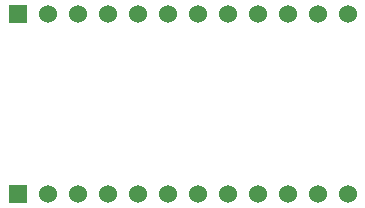
<source format=gbs>
G04 (created by PCBNEW (2013-01-27 BZR 3925)-testing) date Tue 29 Jan 2013 05:53:18 PM CET*
%MOIN*%
G04 Gerber Fmt 3.4, Leading zero omitted, Abs format*
%FSLAX34Y34*%
G01*
G70*
G90*
G04 APERTURE LIST*
%ADD10C,2.3622e-06*%
%ADD11R,0.06X0.06*%
%ADD12C,0.06*%
G04 APERTURE END LIST*
G54D10*
G54D11*
X55500Y-48000D03*
G54D12*
X56500Y-48000D03*
X57500Y-48000D03*
X58500Y-48000D03*
X59500Y-48000D03*
X60500Y-48000D03*
X61500Y-48000D03*
X62500Y-48000D03*
X63500Y-48000D03*
X64500Y-48000D03*
X65500Y-48000D03*
X66500Y-48000D03*
G54D11*
X55500Y-42000D03*
G54D12*
X56500Y-42000D03*
X57500Y-42000D03*
X58500Y-42000D03*
X59500Y-42000D03*
X60500Y-42000D03*
X61500Y-42000D03*
X62500Y-42000D03*
X63500Y-42000D03*
X64500Y-42000D03*
X65500Y-42000D03*
X66500Y-42000D03*
M02*

</source>
